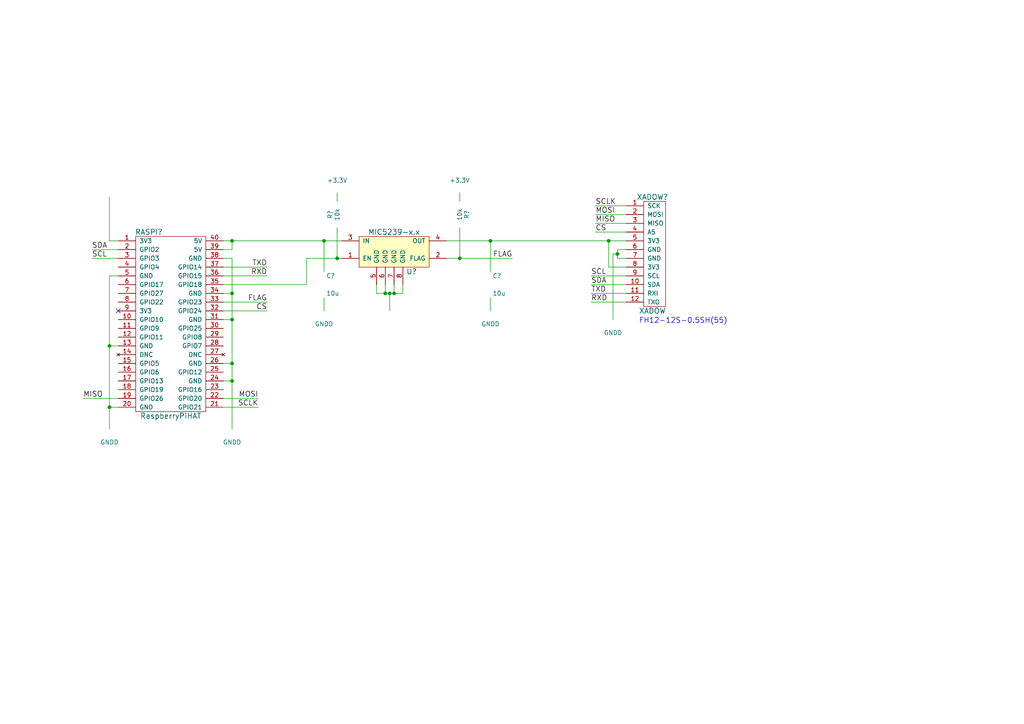
<source format=kicad_sch>
(kicad_sch (version 20230121) (generator eeschema)
  (paper "A4")
  (title_block (title "Xadow adapter board for Raspberry Pi Zero") (date "2016-06-28") (rev "d3c23a8") (company "Helsinki Hacklab") (comment 1 "https://github.com/ojousima/RaspberryPiZero-XadowNFC-Adapter") (comment 2 "otso@ojousima.net") (comment 3 "ojousima@ircnet"))
  (lib_symbols
    (symbol "mic5239-x:MIC5239-x.x" (pin_names (offset 1.016))
      (property "Reference" "U" (at 5.08 -6.35 0))
      (property "Value" "MIC5239-x.x" (at 0 5.08 0))
      (symbol "MIC5239-x.x_0_1"
        (rectangle (start -10.16 3.81) (end 10.16 -5.08) (fill (type background)))
      )
      (symbol "MIC5239-x.x_1_1"
        (pin input line (at -15.24 -2.54 0) (length 5.08) (name "EN") (number "1"))
        (pin open_collector line (at 15.24 -2.54 180) (length 5.08) (name "FLAG") (number "2"))
        (pin power_in line (at -15.24 2.54 0) (length 5.08) (name "IN") (number "3"))
        (pin power_out line (at 15.24 2.54 180) (length 5.08) (name "OUT") (number "4"))
        (pin power_in line (at -5.08 -10.16 90) (length 5.08) (name "GND") (number "5"))
        (pin power_in line (at -2.54 -10.16 90) (length 5.08) (name "GND") (number "6"))
        (pin power_in line (at 0 -10.16 90) (length 5.08) (name "GND") (number "7"))
        (pin power_in line (at 2.54 -10.16 90) (length 5.08) (name "GND") (number "8"))
      )
    )
    (symbol "raspberrypihat:RaspberryPiHAT" (pin_names (offset 1.016))
      (property "Reference" "RASPI" (at -6.35 22.86 0))
      (property "Value" "RaspberryPiHAT" (at 0 -30.48 0))
      (symbol "RaspberryPiHAT_0_1"
        (rectangle (start -10.16 21.59) (end 10.16 -29.21))
      )
      (symbol "RaspberryPiHAT_1_1"
        (pin power_out line (at -15.24 20.32 0) (length 5.08) (name "3V3") (number "1"))
        (pin bidirectional line (at -15.24 -2.54 0) (length 5.08) (name "GPIO10") (number "10"))
        (pin bidirectional line (at -15.24 -5.08 0) (length 5.08) (name "GPIO9") (number "11"))
        (pin bidirectional line (at -15.24 -7.62 0) (length 5.08) (name "GPIO11") (number "12"))
        (pin power_out line (at -15.24 -10.16 0) (length 5.08) (name "GND") (number "13"))
        (pin no_connect line (at -15.24 -12.7 0) (length 5.08) (name "DNC") (number "14"))
        (pin bidirectional line (at -15.24 -15.24 0) (length 5.08) (name "GPIO5") (number "15"))
        (pin bidirectional line (at -15.24 -17.78 0) (length 5.08) (name "GPIO6") (number "16"))
        (pin bidirectional line (at -15.24 -20.32 0) (length 5.08) (name "GPIO13") (number "17"))
        (pin bidirectional line (at -15.24 -22.86 0) (length 5.08) (name "GPIO19") (number "18"))
        (pin bidirectional line (at -15.24 -25.4 0) (length 5.08) (name "GPIO26") (number "19"))
        (pin bidirectional line (at -15.24 17.78 0) (length 5.08) (name "GPIO2") (number "2"))
        (pin power_out line (at -15.24 -27.94 0) (length 5.08) (name "GND") (number "20"))
        (pin bidirectional line (at 15.24 -27.94 180) (length 5.08) (name "GPIO21") (number "21"))
        (pin bidirectional line (at 15.24 -25.4 180) (length 5.08) (name "GPIO20") (number "22"))
        (pin bidirectional line (at 15.24 -22.86 180) (length 5.08) (name "GPIO16") (number "23"))
        (pin power_out line (at 15.24 -20.32 180) (length 5.08) (name "GND") (number "24"))
        (pin output line (at 15.24 -17.78 180) (length 5.08) (name "GPIO12") (number "25"))
        (pin power_out line (at 15.24 -15.24 180) (length 5.08) (name "GND") (number "26"))
        (pin no_connect line (at 15.24 -12.7 180) (length 5.08) (name "DNC") (number "27"))
        (pin bidirectional line (at 15.24 -10.16 180) (length 5.08) (name "GPIO7") (number "28"))
        (pin bidirectional line (at 15.24 -7.62 180) (length 5.08) (name "GPIO8") (number "29"))
        (pin bidirectional line (at -15.24 15.24 0) (length 5.08) (name "GPIO3") (number "3"))
        (pin bidirectional line (at 15.24 -5.08 180) (length 5.08) (name "GPIO25") (number "30"))
        (pin power_out line (at 15.24 -2.54 180) (length 5.08) (name "GND") (number "31"))
        (pin bidirectional line (at 15.24 0 180) (length 5.08) (name "GPIO24") (number "32"))
        (pin bidirectional line (at 15.24 2.54 180) (length 5.08) (name "GPIO23") (number "33"))
        (pin power_out line (at 15.24 5.08 180) (length 5.08) (name "GND") (number "34"))
        (pin bidirectional line (at 15.24 7.62 180) (length 5.08) (name "GPIO18") (number "35"))
        (pin bidirectional line (at 15.24 10.16 180) (length 5.08) (name "GPIO15") (number "36"))
        (pin bidirectional line (at 15.24 12.7 180) (length 5.08) (name "GPIO14") (number "37"))
        (pin power_out line (at 15.24 15.24 180) (length 5.08) (name "GND") (number "38"))
        (pin power_out line (at 15.24 17.78 180) (length 5.08) (name "5V") (number "39"))
        (pin bidirectional line (at -15.24 12.7 0) (length 5.08) (name "GPIO4") (number "4"))
        (pin power_out line (at 15.24 20.32 180) (length 5.08) (name "5V") (number "40"))
        (pin power_out line (at -15.24 10.16 0) (length 5.08) (name "GND") (number "5"))
        (pin bidirectional line (at -15.24 7.62 0) (length 5.08) (name "GPIO17") (number "6"))
        (pin bidirectional line (at -15.24 5.08 0) (length 5.08) (name "GPIO27") (number "7"))
        (pin bidirectional line (at -15.24 2.54 0) (length 5.08) (name "GPIO22") (number "8"))
        (pin power_out line (at -15.24 0 0) (length 5.08) (name "3V3") (number "9"))
      )
    )
    (symbol "xadow:XADOW" (pin_names (offset 1.016))
      (property "Reference" "XADOW" (at -2.54 22.86 0))
      (property "Value" "XADOW" (at -2.54 -10.16 0))
      (symbol "XADOW_0_1"
        (rectangle (start -6.35 21.59) (end 0 -8.89))
      )
      (symbol "XADOW_1_1"
        (pin input line (at 5.08 20.32 180) (length 5.08) (name "SCK") (number "1"))
        (pin open_collector line (at 5.08 -2.54 180) (length 5.08) (name "SDA") (number "10"))
        (pin bidirectional line (at 5.08 -5.08 180) (length 5.08) (name "RXI") (number "11"))
        (pin bidirectional line (at 5.08 -7.62 180) (length 5.08) (name "TXO") (number "12"))
        (pin input line (at 5.08 17.78 180) (length 5.08) (name "MOSI") (number "2"))
        (pin output line (at 5.08 15.24 180) (length 5.08) (name "MISO") (number "3"))
        (pin bidirectional line (at 5.08 12.7 180) (length 5.08) (name "A5") (number "4"))
        (pin power_in line (at 5.08 10.16 180) (length 5.08) (name "3V3") (number "5"))
        (pin power_in line (at 5.08 7.62 180) (length 5.08) (name "GND") (number "6"))
        (pin power_in line (at 5.08 5.08 180) (length 5.08) (name "GND") (number "7"))
        (pin power_in line (at 5.08 2.54 180) (length 5.08) (name "3V3") (number "8"))
        (pin open_collector line (at 5.08 0 180) (length 5.08) (name "SCL") (number "9"))
      )
    )
  )
  (junction (at 133.35 74.93))
  (junction (at 67.31 105.41))
  (junction (at 67.31 110.49))
  (junction (at 67.31 92.71))
  (junction (at 97.79 74.93))
  (junction (at 179.07 73.66))
  (junction (at 114.3 85.09))
  (junction (at 67.31 85.09))
  (junction (at 176.53 69.85))
  (junction (at 67.31 69.85))
  (junction (at 113.03 85.09))
  (junction (at 31.75 118.11))
  (junction (at 111.76 85.09))
  (junction (at 31.75 100.33))
  (junction (at 142.24 69.85))
  (junction (at 93.98 69.85))
  (no_connect (at 34.29 90.17))
  (wire (pts (xy 113.03 85.09) (xy 114.3 85.09)))
  (wire (pts (xy 67.31 105.41) (xy 67.31 110.49)))
  (wire (pts (xy 64.77 72.39) (xy 67.31 72.39)))
  (wire (pts (xy 34.29 74.93) (xy 26.67 74.93)))
  (wire (pts (xy 34.29 118.11) (xy 31.75 118.11)))
  (wire (pts (xy 34.29 80.01) (xy 31.75 80.01)))
  (wire (pts (xy 176.53 77.47) (xy 181.61 77.47)))
  (wire (pts (xy 88.9 74.93) (xy 97.79 74.93)))
  (wire (pts (xy 64.77 77.47) (xy 77.47 77.47)))
  (wire (pts (xy 142.24 69.85) (xy 176.53 69.85)))
  (wire (pts (xy 67.31 85.09) (xy 67.31 92.71)))
  (wire (pts (xy 31.75 80.01) (xy 31.75 100.33)))
  (wire (pts (xy 74.93 118.11) (xy 64.77 118.11)))
  (wire (pts (xy 181.61 74.93) (xy 179.07 74.93)))
  (wire (pts (xy 64.77 69.85) (xy 67.31 69.85)))
  (wire (pts (xy 109.22 85.09) (xy 111.76 85.09)))
  (wire (pts (xy 88.9 82.55) (xy 88.9 74.93)))
  (wire (pts (xy 181.61 64.77) (xy 172.72 64.77)))
  (wire (pts (xy 64.77 87.63) (xy 77.47 87.63)))
  (wire (pts (xy 171.45 85.09) (xy 181.61 85.09)))
  (wire (pts (xy 34.29 72.39) (xy 26.67 72.39)))
  (wire (pts (xy 64.77 85.09) (xy 67.31 85.09)))
  (wire (pts (xy 64.77 82.55) (xy 88.9 82.55)))
  (wire (pts (xy 77.47 80.01) (xy 64.77 80.01)))
  (wire (pts (xy 64.77 115.57) (xy 74.93 115.57)))
  (wire (pts (xy 133.35 66.04) (xy 133.35 74.93)))
  (wire (pts (xy 111.76 82.55) (xy 111.76 85.09)))
  (wire (pts (xy 142.24 86.36) (xy 142.24 90.17)))
  (wire (pts (xy 31.75 100.33) (xy 31.75 118.11)))
  (wire (pts (xy 34.29 69.85) (xy 31.75 69.85)))
  (wire (pts (xy 179.07 72.39) (xy 181.61 72.39)))
  (wire (pts (xy 67.31 74.93) (xy 67.31 85.09)))
  (wire (pts (xy 111.76 85.09) (xy 113.03 85.09)))
  (wire (pts (xy 31.75 100.33) (xy 34.29 100.33)))
  (wire (pts (xy 67.31 72.39) (xy 67.31 69.85)))
  (wire (pts (xy 181.61 87.63) (xy 171.45 87.63)))
  (wire (pts (xy 172.72 62.23) (xy 181.61 62.23)))
  (wire (pts (xy 181.61 67.31) (xy 172.72 67.31)))
  (wire (pts (xy 113.03 85.09) (xy 113.03 90.17)))
  (wire (pts (xy 171.45 80.01) (xy 181.61 80.01)))
  (wire (pts (xy 93.98 86.36) (xy 93.98 90.17)))
  (wire (pts (xy 179.07 73.66) (xy 179.07 72.39)))
  (wire (pts (xy 93.98 69.85) (xy 99.06 69.85)))
  (wire (pts (xy 64.77 74.93) (xy 67.31 74.93)))
  (wire (pts (xy 31.75 69.85) (xy 31.75 57.15)))
  (wire (pts (xy 109.22 85.09) (xy 109.22 82.55)))
  (wire (pts (xy 133.35 74.93) (xy 148.59 74.93)))
  (wire (pts (xy 142.24 78.74) (xy 142.24 69.85)))
  (wire (pts (xy 67.31 69.85) (xy 93.98 69.85)))
  (wire (pts (xy 24.13 115.57) (xy 34.29 115.57)))
  (wire (pts (xy 179.07 73.66) (xy 177.8 73.66)))
  (wire (pts (xy 176.53 69.85) (xy 181.61 69.85)))
  (wire (pts (xy 67.31 110.49) (xy 67.31 124.46)))
  (wire (pts (xy 97.79 74.93) (xy 99.06 74.93)))
  (wire (pts (xy 129.54 69.85) (xy 142.24 69.85)))
  (wire (pts (xy 116.84 85.09) (xy 116.84 82.55)))
  (wire (pts (xy 129.54 74.93) (xy 133.35 74.93)))
  (wire (pts (xy 64.77 110.49) (xy 67.31 110.49)))
  (wire (pts (xy 64.77 90.17) (xy 77.47 90.17)))
  (wire (pts (xy 93.98 69.85) (xy 93.98 78.74)))
  (wire (pts (xy 114.3 82.55) (xy 114.3 85.09)))
  (wire (pts (xy 177.8 73.66) (xy 177.8 92.71)))
  (wire (pts (xy 179.07 74.93) (xy 179.07 73.66)))
  (wire (pts (xy 176.53 77.47) (xy 176.53 69.85)))
  (wire (pts (xy 114.3 85.09) (xy 116.84 85.09)))
  (wire (pts (xy 133.35 58.42) (xy 133.35 55.88)))
  (wire (pts (xy 64.77 105.41) (xy 67.31 105.41)))
  (wire (pts (xy 64.77 92.71) (xy 67.31 92.71)))
  (wire (pts (xy 97.79 66.04) (xy 97.79 74.93)))
  (wire (pts (xy 67.31 92.71) (xy 67.31 105.41)))
  (wire (pts (xy 181.61 59.69) (xy 172.72 59.69)))
  (wire (pts (xy 181.61 82.55) (xy 171.45 82.55)))
  (wire (pts (xy 97.79 58.42) (xy 97.79 55.88)))
  (wire (pts (xy 31.75 118.11) (xy 31.75 124.46)))
  (text " FH12-12S-0.5SH(55)" (at 184.15 93.98 0) (effects (font (size 1.524 1.524)) (justify left bottom)))
  (label "SCL" (at 26.67 74.93 0) (effects (font (size 1.524 1.524))))
  (label "MOSI" (at 74.93 115.57 180) (effects (font (size 1.524 1.524))))
  (label "CS" (at 77.47 90.17 180) (effects (font (size 1.524 1.524))))
  (label "SDA" (at 171.45 82.55 0) (effects (font (size 1.524 1.524))))
  (label "RXD" (at 77.47 80.01 180) (effects (font (size 1.524 1.524))))
  (label "MISO" (at 172.72 64.77 0) (effects (font (size 1.524 1.524))))
  (label "FLAG" (at 148.59 74.93 180) (effects (font (size 1.524 1.524))))
  (label "FLAG" (at 77.47 87.63 180) (effects (font (size 1.524 1.524))))
  (label "TXD" (at 171.45 85.09 0) (effects (font (size 1.524 1.524))))
  (label "CS" (at 172.72 67.31 0) (effects (font (size 1.524 1.524))))
  (label "SCLK" (at 172.72 59.69 0) (effects (font (size 1.524 1.524))))
  (label "SCLK" (at 74.93 118.11 180) (effects (font (size 1.524 1.524))))
  (label "RXD" (at 171.45 87.63 0) (effects (font (size 1.524 1.524))))
  (label "MOSI" (at 172.72 62.23 0) (effects (font (size 1.524 1.524))))
  (label "TXD" (at 77.47 77.47 180) (effects (font (size 1.524 1.524))))
  (label "SDA" (at 26.67 72.39 0) (effects (font (size 1.524 1.524))))
  (label "SCL" (at 171.45 80.01 0) (effects (font (size 1.524 1.524))))
  (label "MISO" (at 24.13 115.57 0) (effects (font (size 1.524 1.524))))
  (symbol (lib_id "raspberrypihat:RaspberryPiHAT") (at 49.53 90.17 0) (unit 1)
    (property "Reference" "RASPI?" (at 43.18 67.31 0) (effects (font (size 1.524 1.524))))
    (property "Value" "RaspberryPiHAT" (at 49.53 120.65 0) (effects (font (size 1.524 1.524))))
  )
  (symbol (lib_id "mic5239-x:MIC5239-x.x") (at 114.3 72.39 0) (unit 1)
    (property "Reference" "U?" (at 119.38 78.74 0) (effects (font (size 1.524 1.524))))
    (property "Value" "MIC5239-x.x" (at 114.3 67.31 0) (effects (font (size 1.524 1.524))))
  )
  (symbol (lib_id "R") (at 133.35 62.23 0) (unit 1)
    (property "Reference" "R?" (at 135.382 62.23 90))
    (property "Value" "10k" (at 133.35 62.23 90))
  )
  (symbol (lib_id "C") (at 142.24 82.55 0) (unit 1)
    (property "Reference" "C?" (at 142.875 80.01 0) (effects (justify left)))
    (property "Value" "10u" (at 142.875 85.09 0) (effects (justify left)))
  )
  (symbol (lib_id "C") (at 93.98 82.55 0) (unit 1)
    (property "Reference" "C?" (at 94.615 80.01 0) (effects (justify left)))
    (property "Value" "10u" (at 94.615 85.09 0) (effects (justify left)))
  )
  (symbol (lib_id "GNDD") (at 93.98 90.17 0) (unit 1)
    (property "Reference" "#PWR?" (effects hide))
    (property "Value" "GNDD" (at 93.98 93.98 0))
  )
  (symbol (lib_id "GNDD") (at 113.03 90.17 0) (unit 1)
    (property "Reference" "#PWR?" (effects hide))
    (property "Value" "GNDD" (at 113.03 93.98 0))
  )
  (symbol (lib_id "GNDD") (at 142.24 90.17 0) (unit 1)
    (property "Reference" "#PWR?" (effects hide))
    (property "Value" "GNDD" (at 142.24 93.98 0))
  )
  (symbol (lib_id "+3.3V") (at 31.75 57.15 0) (unit 1)
    (property "Reference" "#PWR?" (effects hide))
    (property "Value" "+3.3V" (at 31.75 53.594 0))
  )
  (symbol (lib_id "+3.3V") (at 133.35 55.88 0) (unit 1)
    (property "Reference" "#PWR?" (effects hide))
    (property "Value" "+3.3V" (at 133.35 52.324 0))
  )
  (symbol (lib_id "GNDD") (at 31.75 124.46 0) (unit 1)
    (property "Reference" "#PWR?" (effects hide))
    (property "Value" "GNDD" (at 31.75 128.27 0))
  )
  (symbol (lib_id "GNDD") (at 67.31 124.46 0) (unit 1)
    (property "Reference" "#PWR?" (effects hide))
    (property "Value" "GNDD" (at 67.31 128.27 0))
  )
  (symbol (lib_id "R") (at 97.79 62.23 180) (unit 1)
    (property "Reference" "R?" (at 95.758 62.23 90))
    (property "Value" "10k" (at 97.79 62.23 90))
  )
  (symbol (lib_id "+3.3V") (at 97.79 55.88 0) (unit 1)
    (property "Reference" "#PWR?" (effects hide))
    (property "Value" "+3.3V" (at 97.79 52.324 0))
  )
  (symbol (lib_id "xadow:XADOW") (at 186.69 80.01 0) (mirror y) (unit 1)
    (property "Reference" "XADOW?" (at 189.23 57.15 0) (effects (font (size 1.524 1.524))))
    (property "Value" "XADOW" (at 189.23 90.17 0) (effects (font (size 1.524 1.524))))
  )
  (symbol (lib_id "GNDD") (at 177.8 92.71 0) (unit 1)
    (property "Reference" "#PWR?" (effects hide))
    (property "Value" "GNDD" (at 177.8 96.52 0))
  )
)
</source>
